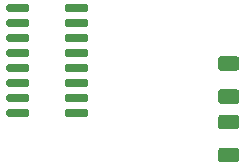
<source format=gbr>
G04 #@! TF.GenerationSoftware,KiCad,Pcbnew,5.1.2-f72e74a~84~ubuntu18.04.1*
G04 #@! TF.CreationDate,2020-01-10T04:29:40+01:00*
G04 #@! TF.ProjectId,BridgeElectrobot,42726964-6765-4456-9c65-6374726f626f,1.0*
G04 #@! TF.SameCoordinates,Original*
G04 #@! TF.FileFunction,Paste,Top*
G04 #@! TF.FilePolarity,Positive*
%FSLAX46Y46*%
G04 Gerber Fmt 4.6, Leading zero omitted, Abs format (unit mm)*
G04 Created by KiCad (PCBNEW 5.1.2-f72e74a~84~ubuntu18.04.1) date 2020-01-10 04:29:40*
%MOMM*%
%LPD*%
G04 APERTURE LIST*
%ADD10C,0.100000*%
%ADD11C,1.250000*%
%ADD12C,0.600000*%
G04 APERTURE END LIST*
D10*
G36*
X151398504Y-102624204D02*
G01*
X151422773Y-102627804D01*
X151446571Y-102633765D01*
X151469671Y-102642030D01*
X151491849Y-102652520D01*
X151512893Y-102665133D01*
X151532598Y-102679747D01*
X151550777Y-102696223D01*
X151567253Y-102714402D01*
X151581867Y-102734107D01*
X151594480Y-102755151D01*
X151604970Y-102777329D01*
X151613235Y-102800429D01*
X151619196Y-102824227D01*
X151622796Y-102848496D01*
X151624000Y-102873000D01*
X151624000Y-103623000D01*
X151622796Y-103647504D01*
X151619196Y-103671773D01*
X151613235Y-103695571D01*
X151604970Y-103718671D01*
X151594480Y-103740849D01*
X151581867Y-103761893D01*
X151567253Y-103781598D01*
X151550777Y-103799777D01*
X151532598Y-103816253D01*
X151512893Y-103830867D01*
X151491849Y-103843480D01*
X151469671Y-103853970D01*
X151446571Y-103862235D01*
X151422773Y-103868196D01*
X151398504Y-103871796D01*
X151374000Y-103873000D01*
X150124000Y-103873000D01*
X150099496Y-103871796D01*
X150075227Y-103868196D01*
X150051429Y-103862235D01*
X150028329Y-103853970D01*
X150006151Y-103843480D01*
X149985107Y-103830867D01*
X149965402Y-103816253D01*
X149947223Y-103799777D01*
X149930747Y-103781598D01*
X149916133Y-103761893D01*
X149903520Y-103740849D01*
X149893030Y-103718671D01*
X149884765Y-103695571D01*
X149878804Y-103671773D01*
X149875204Y-103647504D01*
X149874000Y-103623000D01*
X149874000Y-102873000D01*
X149875204Y-102848496D01*
X149878804Y-102824227D01*
X149884765Y-102800429D01*
X149893030Y-102777329D01*
X149903520Y-102755151D01*
X149916133Y-102734107D01*
X149930747Y-102714402D01*
X149947223Y-102696223D01*
X149965402Y-102679747D01*
X149985107Y-102665133D01*
X150006151Y-102652520D01*
X150028329Y-102642030D01*
X150051429Y-102633765D01*
X150075227Y-102627804D01*
X150099496Y-102624204D01*
X150124000Y-102623000D01*
X151374000Y-102623000D01*
X151398504Y-102624204D01*
X151398504Y-102624204D01*
G37*
D11*
X150749000Y-103248000D03*
D10*
G36*
X151398504Y-105424204D02*
G01*
X151422773Y-105427804D01*
X151446571Y-105433765D01*
X151469671Y-105442030D01*
X151491849Y-105452520D01*
X151512893Y-105465133D01*
X151532598Y-105479747D01*
X151550777Y-105496223D01*
X151567253Y-105514402D01*
X151581867Y-105534107D01*
X151594480Y-105555151D01*
X151604970Y-105577329D01*
X151613235Y-105600429D01*
X151619196Y-105624227D01*
X151622796Y-105648496D01*
X151624000Y-105673000D01*
X151624000Y-106423000D01*
X151622796Y-106447504D01*
X151619196Y-106471773D01*
X151613235Y-106495571D01*
X151604970Y-106518671D01*
X151594480Y-106540849D01*
X151581867Y-106561893D01*
X151567253Y-106581598D01*
X151550777Y-106599777D01*
X151532598Y-106616253D01*
X151512893Y-106630867D01*
X151491849Y-106643480D01*
X151469671Y-106653970D01*
X151446571Y-106662235D01*
X151422773Y-106668196D01*
X151398504Y-106671796D01*
X151374000Y-106673000D01*
X150124000Y-106673000D01*
X150099496Y-106671796D01*
X150075227Y-106668196D01*
X150051429Y-106662235D01*
X150028329Y-106653970D01*
X150006151Y-106643480D01*
X149985107Y-106630867D01*
X149965402Y-106616253D01*
X149947223Y-106599777D01*
X149930747Y-106581598D01*
X149916133Y-106561893D01*
X149903520Y-106540849D01*
X149893030Y-106518671D01*
X149884765Y-106495571D01*
X149878804Y-106471773D01*
X149875204Y-106447504D01*
X149874000Y-106423000D01*
X149874000Y-105673000D01*
X149875204Y-105648496D01*
X149878804Y-105624227D01*
X149884765Y-105600429D01*
X149893030Y-105577329D01*
X149903520Y-105555151D01*
X149916133Y-105534107D01*
X149930747Y-105514402D01*
X149947223Y-105496223D01*
X149965402Y-105479747D01*
X149985107Y-105465133D01*
X150006151Y-105452520D01*
X150028329Y-105442030D01*
X150051429Y-105433765D01*
X150075227Y-105427804D01*
X150099496Y-105424204D01*
X150124000Y-105423000D01*
X151374000Y-105423000D01*
X151398504Y-105424204D01*
X151398504Y-105424204D01*
G37*
D11*
X150749000Y-106048000D03*
D10*
G36*
X151398504Y-100468204D02*
G01*
X151422773Y-100471804D01*
X151446571Y-100477765D01*
X151469671Y-100486030D01*
X151491849Y-100496520D01*
X151512893Y-100509133D01*
X151532598Y-100523747D01*
X151550777Y-100540223D01*
X151567253Y-100558402D01*
X151581867Y-100578107D01*
X151594480Y-100599151D01*
X151604970Y-100621329D01*
X151613235Y-100644429D01*
X151619196Y-100668227D01*
X151622796Y-100692496D01*
X151624000Y-100717000D01*
X151624000Y-101467000D01*
X151622796Y-101491504D01*
X151619196Y-101515773D01*
X151613235Y-101539571D01*
X151604970Y-101562671D01*
X151594480Y-101584849D01*
X151581867Y-101605893D01*
X151567253Y-101625598D01*
X151550777Y-101643777D01*
X151532598Y-101660253D01*
X151512893Y-101674867D01*
X151491849Y-101687480D01*
X151469671Y-101697970D01*
X151446571Y-101706235D01*
X151422773Y-101712196D01*
X151398504Y-101715796D01*
X151374000Y-101717000D01*
X150124000Y-101717000D01*
X150099496Y-101715796D01*
X150075227Y-101712196D01*
X150051429Y-101706235D01*
X150028329Y-101697970D01*
X150006151Y-101687480D01*
X149985107Y-101674867D01*
X149965402Y-101660253D01*
X149947223Y-101643777D01*
X149930747Y-101625598D01*
X149916133Y-101605893D01*
X149903520Y-101584849D01*
X149893030Y-101562671D01*
X149884765Y-101539571D01*
X149878804Y-101515773D01*
X149875204Y-101491504D01*
X149874000Y-101467000D01*
X149874000Y-100717000D01*
X149875204Y-100692496D01*
X149878804Y-100668227D01*
X149884765Y-100644429D01*
X149893030Y-100621329D01*
X149903520Y-100599151D01*
X149916133Y-100578107D01*
X149930747Y-100558402D01*
X149947223Y-100540223D01*
X149965402Y-100523747D01*
X149985107Y-100509133D01*
X150006151Y-100496520D01*
X150028329Y-100486030D01*
X150051429Y-100477765D01*
X150075227Y-100471804D01*
X150099496Y-100468204D01*
X150124000Y-100467000D01*
X151374000Y-100467000D01*
X151398504Y-100468204D01*
X151398504Y-100468204D01*
G37*
D11*
X150749000Y-101092000D03*
D10*
G36*
X151398504Y-97668204D02*
G01*
X151422773Y-97671804D01*
X151446571Y-97677765D01*
X151469671Y-97686030D01*
X151491849Y-97696520D01*
X151512893Y-97709133D01*
X151532598Y-97723747D01*
X151550777Y-97740223D01*
X151567253Y-97758402D01*
X151581867Y-97778107D01*
X151594480Y-97799151D01*
X151604970Y-97821329D01*
X151613235Y-97844429D01*
X151619196Y-97868227D01*
X151622796Y-97892496D01*
X151624000Y-97917000D01*
X151624000Y-98667000D01*
X151622796Y-98691504D01*
X151619196Y-98715773D01*
X151613235Y-98739571D01*
X151604970Y-98762671D01*
X151594480Y-98784849D01*
X151581867Y-98805893D01*
X151567253Y-98825598D01*
X151550777Y-98843777D01*
X151532598Y-98860253D01*
X151512893Y-98874867D01*
X151491849Y-98887480D01*
X151469671Y-98897970D01*
X151446571Y-98906235D01*
X151422773Y-98912196D01*
X151398504Y-98915796D01*
X151374000Y-98917000D01*
X150124000Y-98917000D01*
X150099496Y-98915796D01*
X150075227Y-98912196D01*
X150051429Y-98906235D01*
X150028329Y-98897970D01*
X150006151Y-98887480D01*
X149985107Y-98874867D01*
X149965402Y-98860253D01*
X149947223Y-98843777D01*
X149930747Y-98825598D01*
X149916133Y-98805893D01*
X149903520Y-98784849D01*
X149893030Y-98762671D01*
X149884765Y-98739571D01*
X149878804Y-98715773D01*
X149875204Y-98691504D01*
X149874000Y-98667000D01*
X149874000Y-97917000D01*
X149875204Y-97892496D01*
X149878804Y-97868227D01*
X149884765Y-97844429D01*
X149893030Y-97821329D01*
X149903520Y-97799151D01*
X149916133Y-97778107D01*
X149930747Y-97758402D01*
X149947223Y-97740223D01*
X149965402Y-97723747D01*
X149985107Y-97709133D01*
X150006151Y-97696520D01*
X150028329Y-97686030D01*
X150051429Y-97677765D01*
X150075227Y-97671804D01*
X150099496Y-97668204D01*
X150124000Y-97667000D01*
X151374000Y-97667000D01*
X151398504Y-97668204D01*
X151398504Y-97668204D01*
G37*
D11*
X150749000Y-98292000D03*
D10*
G36*
X133746703Y-93299722D02*
G01*
X133761264Y-93301882D01*
X133775543Y-93305459D01*
X133789403Y-93310418D01*
X133802710Y-93316712D01*
X133815336Y-93324280D01*
X133827159Y-93333048D01*
X133838066Y-93342934D01*
X133847952Y-93353841D01*
X133856720Y-93365664D01*
X133864288Y-93378290D01*
X133870582Y-93391597D01*
X133875541Y-93405457D01*
X133879118Y-93419736D01*
X133881278Y-93434297D01*
X133882000Y-93449000D01*
X133882000Y-93749000D01*
X133881278Y-93763703D01*
X133879118Y-93778264D01*
X133875541Y-93792543D01*
X133870582Y-93806403D01*
X133864288Y-93819710D01*
X133856720Y-93832336D01*
X133847952Y-93844159D01*
X133838066Y-93855066D01*
X133827159Y-93864952D01*
X133815336Y-93873720D01*
X133802710Y-93881288D01*
X133789403Y-93887582D01*
X133775543Y-93892541D01*
X133761264Y-93896118D01*
X133746703Y-93898278D01*
X133732000Y-93899000D01*
X132082000Y-93899000D01*
X132067297Y-93898278D01*
X132052736Y-93896118D01*
X132038457Y-93892541D01*
X132024597Y-93887582D01*
X132011290Y-93881288D01*
X131998664Y-93873720D01*
X131986841Y-93864952D01*
X131975934Y-93855066D01*
X131966048Y-93844159D01*
X131957280Y-93832336D01*
X131949712Y-93819710D01*
X131943418Y-93806403D01*
X131938459Y-93792543D01*
X131934882Y-93778264D01*
X131932722Y-93763703D01*
X131932000Y-93749000D01*
X131932000Y-93449000D01*
X131932722Y-93434297D01*
X131934882Y-93419736D01*
X131938459Y-93405457D01*
X131943418Y-93391597D01*
X131949712Y-93378290D01*
X131957280Y-93365664D01*
X131966048Y-93353841D01*
X131975934Y-93342934D01*
X131986841Y-93333048D01*
X131998664Y-93324280D01*
X132011290Y-93316712D01*
X132024597Y-93310418D01*
X132038457Y-93305459D01*
X132052736Y-93301882D01*
X132067297Y-93299722D01*
X132082000Y-93299000D01*
X133732000Y-93299000D01*
X133746703Y-93299722D01*
X133746703Y-93299722D01*
G37*
D12*
X132907000Y-93599000D03*
D10*
G36*
X133746703Y-94569722D02*
G01*
X133761264Y-94571882D01*
X133775543Y-94575459D01*
X133789403Y-94580418D01*
X133802710Y-94586712D01*
X133815336Y-94594280D01*
X133827159Y-94603048D01*
X133838066Y-94612934D01*
X133847952Y-94623841D01*
X133856720Y-94635664D01*
X133864288Y-94648290D01*
X133870582Y-94661597D01*
X133875541Y-94675457D01*
X133879118Y-94689736D01*
X133881278Y-94704297D01*
X133882000Y-94719000D01*
X133882000Y-95019000D01*
X133881278Y-95033703D01*
X133879118Y-95048264D01*
X133875541Y-95062543D01*
X133870582Y-95076403D01*
X133864288Y-95089710D01*
X133856720Y-95102336D01*
X133847952Y-95114159D01*
X133838066Y-95125066D01*
X133827159Y-95134952D01*
X133815336Y-95143720D01*
X133802710Y-95151288D01*
X133789403Y-95157582D01*
X133775543Y-95162541D01*
X133761264Y-95166118D01*
X133746703Y-95168278D01*
X133732000Y-95169000D01*
X132082000Y-95169000D01*
X132067297Y-95168278D01*
X132052736Y-95166118D01*
X132038457Y-95162541D01*
X132024597Y-95157582D01*
X132011290Y-95151288D01*
X131998664Y-95143720D01*
X131986841Y-95134952D01*
X131975934Y-95125066D01*
X131966048Y-95114159D01*
X131957280Y-95102336D01*
X131949712Y-95089710D01*
X131943418Y-95076403D01*
X131938459Y-95062543D01*
X131934882Y-95048264D01*
X131932722Y-95033703D01*
X131932000Y-95019000D01*
X131932000Y-94719000D01*
X131932722Y-94704297D01*
X131934882Y-94689736D01*
X131938459Y-94675457D01*
X131943418Y-94661597D01*
X131949712Y-94648290D01*
X131957280Y-94635664D01*
X131966048Y-94623841D01*
X131975934Y-94612934D01*
X131986841Y-94603048D01*
X131998664Y-94594280D01*
X132011290Y-94586712D01*
X132024597Y-94580418D01*
X132038457Y-94575459D01*
X132052736Y-94571882D01*
X132067297Y-94569722D01*
X132082000Y-94569000D01*
X133732000Y-94569000D01*
X133746703Y-94569722D01*
X133746703Y-94569722D01*
G37*
D12*
X132907000Y-94869000D03*
D10*
G36*
X133746703Y-95839722D02*
G01*
X133761264Y-95841882D01*
X133775543Y-95845459D01*
X133789403Y-95850418D01*
X133802710Y-95856712D01*
X133815336Y-95864280D01*
X133827159Y-95873048D01*
X133838066Y-95882934D01*
X133847952Y-95893841D01*
X133856720Y-95905664D01*
X133864288Y-95918290D01*
X133870582Y-95931597D01*
X133875541Y-95945457D01*
X133879118Y-95959736D01*
X133881278Y-95974297D01*
X133882000Y-95989000D01*
X133882000Y-96289000D01*
X133881278Y-96303703D01*
X133879118Y-96318264D01*
X133875541Y-96332543D01*
X133870582Y-96346403D01*
X133864288Y-96359710D01*
X133856720Y-96372336D01*
X133847952Y-96384159D01*
X133838066Y-96395066D01*
X133827159Y-96404952D01*
X133815336Y-96413720D01*
X133802710Y-96421288D01*
X133789403Y-96427582D01*
X133775543Y-96432541D01*
X133761264Y-96436118D01*
X133746703Y-96438278D01*
X133732000Y-96439000D01*
X132082000Y-96439000D01*
X132067297Y-96438278D01*
X132052736Y-96436118D01*
X132038457Y-96432541D01*
X132024597Y-96427582D01*
X132011290Y-96421288D01*
X131998664Y-96413720D01*
X131986841Y-96404952D01*
X131975934Y-96395066D01*
X131966048Y-96384159D01*
X131957280Y-96372336D01*
X131949712Y-96359710D01*
X131943418Y-96346403D01*
X131938459Y-96332543D01*
X131934882Y-96318264D01*
X131932722Y-96303703D01*
X131932000Y-96289000D01*
X131932000Y-95989000D01*
X131932722Y-95974297D01*
X131934882Y-95959736D01*
X131938459Y-95945457D01*
X131943418Y-95931597D01*
X131949712Y-95918290D01*
X131957280Y-95905664D01*
X131966048Y-95893841D01*
X131975934Y-95882934D01*
X131986841Y-95873048D01*
X131998664Y-95864280D01*
X132011290Y-95856712D01*
X132024597Y-95850418D01*
X132038457Y-95845459D01*
X132052736Y-95841882D01*
X132067297Y-95839722D01*
X132082000Y-95839000D01*
X133732000Y-95839000D01*
X133746703Y-95839722D01*
X133746703Y-95839722D01*
G37*
D12*
X132907000Y-96139000D03*
D10*
G36*
X133746703Y-97109722D02*
G01*
X133761264Y-97111882D01*
X133775543Y-97115459D01*
X133789403Y-97120418D01*
X133802710Y-97126712D01*
X133815336Y-97134280D01*
X133827159Y-97143048D01*
X133838066Y-97152934D01*
X133847952Y-97163841D01*
X133856720Y-97175664D01*
X133864288Y-97188290D01*
X133870582Y-97201597D01*
X133875541Y-97215457D01*
X133879118Y-97229736D01*
X133881278Y-97244297D01*
X133882000Y-97259000D01*
X133882000Y-97559000D01*
X133881278Y-97573703D01*
X133879118Y-97588264D01*
X133875541Y-97602543D01*
X133870582Y-97616403D01*
X133864288Y-97629710D01*
X133856720Y-97642336D01*
X133847952Y-97654159D01*
X133838066Y-97665066D01*
X133827159Y-97674952D01*
X133815336Y-97683720D01*
X133802710Y-97691288D01*
X133789403Y-97697582D01*
X133775543Y-97702541D01*
X133761264Y-97706118D01*
X133746703Y-97708278D01*
X133732000Y-97709000D01*
X132082000Y-97709000D01*
X132067297Y-97708278D01*
X132052736Y-97706118D01*
X132038457Y-97702541D01*
X132024597Y-97697582D01*
X132011290Y-97691288D01*
X131998664Y-97683720D01*
X131986841Y-97674952D01*
X131975934Y-97665066D01*
X131966048Y-97654159D01*
X131957280Y-97642336D01*
X131949712Y-97629710D01*
X131943418Y-97616403D01*
X131938459Y-97602543D01*
X131934882Y-97588264D01*
X131932722Y-97573703D01*
X131932000Y-97559000D01*
X131932000Y-97259000D01*
X131932722Y-97244297D01*
X131934882Y-97229736D01*
X131938459Y-97215457D01*
X131943418Y-97201597D01*
X131949712Y-97188290D01*
X131957280Y-97175664D01*
X131966048Y-97163841D01*
X131975934Y-97152934D01*
X131986841Y-97143048D01*
X131998664Y-97134280D01*
X132011290Y-97126712D01*
X132024597Y-97120418D01*
X132038457Y-97115459D01*
X132052736Y-97111882D01*
X132067297Y-97109722D01*
X132082000Y-97109000D01*
X133732000Y-97109000D01*
X133746703Y-97109722D01*
X133746703Y-97109722D01*
G37*
D12*
X132907000Y-97409000D03*
D10*
G36*
X133746703Y-98379722D02*
G01*
X133761264Y-98381882D01*
X133775543Y-98385459D01*
X133789403Y-98390418D01*
X133802710Y-98396712D01*
X133815336Y-98404280D01*
X133827159Y-98413048D01*
X133838066Y-98422934D01*
X133847952Y-98433841D01*
X133856720Y-98445664D01*
X133864288Y-98458290D01*
X133870582Y-98471597D01*
X133875541Y-98485457D01*
X133879118Y-98499736D01*
X133881278Y-98514297D01*
X133882000Y-98529000D01*
X133882000Y-98829000D01*
X133881278Y-98843703D01*
X133879118Y-98858264D01*
X133875541Y-98872543D01*
X133870582Y-98886403D01*
X133864288Y-98899710D01*
X133856720Y-98912336D01*
X133847952Y-98924159D01*
X133838066Y-98935066D01*
X133827159Y-98944952D01*
X133815336Y-98953720D01*
X133802710Y-98961288D01*
X133789403Y-98967582D01*
X133775543Y-98972541D01*
X133761264Y-98976118D01*
X133746703Y-98978278D01*
X133732000Y-98979000D01*
X132082000Y-98979000D01*
X132067297Y-98978278D01*
X132052736Y-98976118D01*
X132038457Y-98972541D01*
X132024597Y-98967582D01*
X132011290Y-98961288D01*
X131998664Y-98953720D01*
X131986841Y-98944952D01*
X131975934Y-98935066D01*
X131966048Y-98924159D01*
X131957280Y-98912336D01*
X131949712Y-98899710D01*
X131943418Y-98886403D01*
X131938459Y-98872543D01*
X131934882Y-98858264D01*
X131932722Y-98843703D01*
X131932000Y-98829000D01*
X131932000Y-98529000D01*
X131932722Y-98514297D01*
X131934882Y-98499736D01*
X131938459Y-98485457D01*
X131943418Y-98471597D01*
X131949712Y-98458290D01*
X131957280Y-98445664D01*
X131966048Y-98433841D01*
X131975934Y-98422934D01*
X131986841Y-98413048D01*
X131998664Y-98404280D01*
X132011290Y-98396712D01*
X132024597Y-98390418D01*
X132038457Y-98385459D01*
X132052736Y-98381882D01*
X132067297Y-98379722D01*
X132082000Y-98379000D01*
X133732000Y-98379000D01*
X133746703Y-98379722D01*
X133746703Y-98379722D01*
G37*
D12*
X132907000Y-98679000D03*
D10*
G36*
X133746703Y-99649722D02*
G01*
X133761264Y-99651882D01*
X133775543Y-99655459D01*
X133789403Y-99660418D01*
X133802710Y-99666712D01*
X133815336Y-99674280D01*
X133827159Y-99683048D01*
X133838066Y-99692934D01*
X133847952Y-99703841D01*
X133856720Y-99715664D01*
X133864288Y-99728290D01*
X133870582Y-99741597D01*
X133875541Y-99755457D01*
X133879118Y-99769736D01*
X133881278Y-99784297D01*
X133882000Y-99799000D01*
X133882000Y-100099000D01*
X133881278Y-100113703D01*
X133879118Y-100128264D01*
X133875541Y-100142543D01*
X133870582Y-100156403D01*
X133864288Y-100169710D01*
X133856720Y-100182336D01*
X133847952Y-100194159D01*
X133838066Y-100205066D01*
X133827159Y-100214952D01*
X133815336Y-100223720D01*
X133802710Y-100231288D01*
X133789403Y-100237582D01*
X133775543Y-100242541D01*
X133761264Y-100246118D01*
X133746703Y-100248278D01*
X133732000Y-100249000D01*
X132082000Y-100249000D01*
X132067297Y-100248278D01*
X132052736Y-100246118D01*
X132038457Y-100242541D01*
X132024597Y-100237582D01*
X132011290Y-100231288D01*
X131998664Y-100223720D01*
X131986841Y-100214952D01*
X131975934Y-100205066D01*
X131966048Y-100194159D01*
X131957280Y-100182336D01*
X131949712Y-100169710D01*
X131943418Y-100156403D01*
X131938459Y-100142543D01*
X131934882Y-100128264D01*
X131932722Y-100113703D01*
X131932000Y-100099000D01*
X131932000Y-99799000D01*
X131932722Y-99784297D01*
X131934882Y-99769736D01*
X131938459Y-99755457D01*
X131943418Y-99741597D01*
X131949712Y-99728290D01*
X131957280Y-99715664D01*
X131966048Y-99703841D01*
X131975934Y-99692934D01*
X131986841Y-99683048D01*
X131998664Y-99674280D01*
X132011290Y-99666712D01*
X132024597Y-99660418D01*
X132038457Y-99655459D01*
X132052736Y-99651882D01*
X132067297Y-99649722D01*
X132082000Y-99649000D01*
X133732000Y-99649000D01*
X133746703Y-99649722D01*
X133746703Y-99649722D01*
G37*
D12*
X132907000Y-99949000D03*
D10*
G36*
X133746703Y-100919722D02*
G01*
X133761264Y-100921882D01*
X133775543Y-100925459D01*
X133789403Y-100930418D01*
X133802710Y-100936712D01*
X133815336Y-100944280D01*
X133827159Y-100953048D01*
X133838066Y-100962934D01*
X133847952Y-100973841D01*
X133856720Y-100985664D01*
X133864288Y-100998290D01*
X133870582Y-101011597D01*
X133875541Y-101025457D01*
X133879118Y-101039736D01*
X133881278Y-101054297D01*
X133882000Y-101069000D01*
X133882000Y-101369000D01*
X133881278Y-101383703D01*
X133879118Y-101398264D01*
X133875541Y-101412543D01*
X133870582Y-101426403D01*
X133864288Y-101439710D01*
X133856720Y-101452336D01*
X133847952Y-101464159D01*
X133838066Y-101475066D01*
X133827159Y-101484952D01*
X133815336Y-101493720D01*
X133802710Y-101501288D01*
X133789403Y-101507582D01*
X133775543Y-101512541D01*
X133761264Y-101516118D01*
X133746703Y-101518278D01*
X133732000Y-101519000D01*
X132082000Y-101519000D01*
X132067297Y-101518278D01*
X132052736Y-101516118D01*
X132038457Y-101512541D01*
X132024597Y-101507582D01*
X132011290Y-101501288D01*
X131998664Y-101493720D01*
X131986841Y-101484952D01*
X131975934Y-101475066D01*
X131966048Y-101464159D01*
X131957280Y-101452336D01*
X131949712Y-101439710D01*
X131943418Y-101426403D01*
X131938459Y-101412543D01*
X131934882Y-101398264D01*
X131932722Y-101383703D01*
X131932000Y-101369000D01*
X131932000Y-101069000D01*
X131932722Y-101054297D01*
X131934882Y-101039736D01*
X131938459Y-101025457D01*
X131943418Y-101011597D01*
X131949712Y-100998290D01*
X131957280Y-100985664D01*
X131966048Y-100973841D01*
X131975934Y-100962934D01*
X131986841Y-100953048D01*
X131998664Y-100944280D01*
X132011290Y-100936712D01*
X132024597Y-100930418D01*
X132038457Y-100925459D01*
X132052736Y-100921882D01*
X132067297Y-100919722D01*
X132082000Y-100919000D01*
X133732000Y-100919000D01*
X133746703Y-100919722D01*
X133746703Y-100919722D01*
G37*
D12*
X132907000Y-101219000D03*
D10*
G36*
X133746703Y-102189722D02*
G01*
X133761264Y-102191882D01*
X133775543Y-102195459D01*
X133789403Y-102200418D01*
X133802710Y-102206712D01*
X133815336Y-102214280D01*
X133827159Y-102223048D01*
X133838066Y-102232934D01*
X133847952Y-102243841D01*
X133856720Y-102255664D01*
X133864288Y-102268290D01*
X133870582Y-102281597D01*
X133875541Y-102295457D01*
X133879118Y-102309736D01*
X133881278Y-102324297D01*
X133882000Y-102339000D01*
X133882000Y-102639000D01*
X133881278Y-102653703D01*
X133879118Y-102668264D01*
X133875541Y-102682543D01*
X133870582Y-102696403D01*
X133864288Y-102709710D01*
X133856720Y-102722336D01*
X133847952Y-102734159D01*
X133838066Y-102745066D01*
X133827159Y-102754952D01*
X133815336Y-102763720D01*
X133802710Y-102771288D01*
X133789403Y-102777582D01*
X133775543Y-102782541D01*
X133761264Y-102786118D01*
X133746703Y-102788278D01*
X133732000Y-102789000D01*
X132082000Y-102789000D01*
X132067297Y-102788278D01*
X132052736Y-102786118D01*
X132038457Y-102782541D01*
X132024597Y-102777582D01*
X132011290Y-102771288D01*
X131998664Y-102763720D01*
X131986841Y-102754952D01*
X131975934Y-102745066D01*
X131966048Y-102734159D01*
X131957280Y-102722336D01*
X131949712Y-102709710D01*
X131943418Y-102696403D01*
X131938459Y-102682543D01*
X131934882Y-102668264D01*
X131932722Y-102653703D01*
X131932000Y-102639000D01*
X131932000Y-102339000D01*
X131932722Y-102324297D01*
X131934882Y-102309736D01*
X131938459Y-102295457D01*
X131943418Y-102281597D01*
X131949712Y-102268290D01*
X131957280Y-102255664D01*
X131966048Y-102243841D01*
X131975934Y-102232934D01*
X131986841Y-102223048D01*
X131998664Y-102214280D01*
X132011290Y-102206712D01*
X132024597Y-102200418D01*
X132038457Y-102195459D01*
X132052736Y-102191882D01*
X132067297Y-102189722D01*
X132082000Y-102189000D01*
X133732000Y-102189000D01*
X133746703Y-102189722D01*
X133746703Y-102189722D01*
G37*
D12*
X132907000Y-102489000D03*
D10*
G36*
X138696703Y-102189722D02*
G01*
X138711264Y-102191882D01*
X138725543Y-102195459D01*
X138739403Y-102200418D01*
X138752710Y-102206712D01*
X138765336Y-102214280D01*
X138777159Y-102223048D01*
X138788066Y-102232934D01*
X138797952Y-102243841D01*
X138806720Y-102255664D01*
X138814288Y-102268290D01*
X138820582Y-102281597D01*
X138825541Y-102295457D01*
X138829118Y-102309736D01*
X138831278Y-102324297D01*
X138832000Y-102339000D01*
X138832000Y-102639000D01*
X138831278Y-102653703D01*
X138829118Y-102668264D01*
X138825541Y-102682543D01*
X138820582Y-102696403D01*
X138814288Y-102709710D01*
X138806720Y-102722336D01*
X138797952Y-102734159D01*
X138788066Y-102745066D01*
X138777159Y-102754952D01*
X138765336Y-102763720D01*
X138752710Y-102771288D01*
X138739403Y-102777582D01*
X138725543Y-102782541D01*
X138711264Y-102786118D01*
X138696703Y-102788278D01*
X138682000Y-102789000D01*
X137032000Y-102789000D01*
X137017297Y-102788278D01*
X137002736Y-102786118D01*
X136988457Y-102782541D01*
X136974597Y-102777582D01*
X136961290Y-102771288D01*
X136948664Y-102763720D01*
X136936841Y-102754952D01*
X136925934Y-102745066D01*
X136916048Y-102734159D01*
X136907280Y-102722336D01*
X136899712Y-102709710D01*
X136893418Y-102696403D01*
X136888459Y-102682543D01*
X136884882Y-102668264D01*
X136882722Y-102653703D01*
X136882000Y-102639000D01*
X136882000Y-102339000D01*
X136882722Y-102324297D01*
X136884882Y-102309736D01*
X136888459Y-102295457D01*
X136893418Y-102281597D01*
X136899712Y-102268290D01*
X136907280Y-102255664D01*
X136916048Y-102243841D01*
X136925934Y-102232934D01*
X136936841Y-102223048D01*
X136948664Y-102214280D01*
X136961290Y-102206712D01*
X136974597Y-102200418D01*
X136988457Y-102195459D01*
X137002736Y-102191882D01*
X137017297Y-102189722D01*
X137032000Y-102189000D01*
X138682000Y-102189000D01*
X138696703Y-102189722D01*
X138696703Y-102189722D01*
G37*
D12*
X137857000Y-102489000D03*
D10*
G36*
X138696703Y-100919722D02*
G01*
X138711264Y-100921882D01*
X138725543Y-100925459D01*
X138739403Y-100930418D01*
X138752710Y-100936712D01*
X138765336Y-100944280D01*
X138777159Y-100953048D01*
X138788066Y-100962934D01*
X138797952Y-100973841D01*
X138806720Y-100985664D01*
X138814288Y-100998290D01*
X138820582Y-101011597D01*
X138825541Y-101025457D01*
X138829118Y-101039736D01*
X138831278Y-101054297D01*
X138832000Y-101069000D01*
X138832000Y-101369000D01*
X138831278Y-101383703D01*
X138829118Y-101398264D01*
X138825541Y-101412543D01*
X138820582Y-101426403D01*
X138814288Y-101439710D01*
X138806720Y-101452336D01*
X138797952Y-101464159D01*
X138788066Y-101475066D01*
X138777159Y-101484952D01*
X138765336Y-101493720D01*
X138752710Y-101501288D01*
X138739403Y-101507582D01*
X138725543Y-101512541D01*
X138711264Y-101516118D01*
X138696703Y-101518278D01*
X138682000Y-101519000D01*
X137032000Y-101519000D01*
X137017297Y-101518278D01*
X137002736Y-101516118D01*
X136988457Y-101512541D01*
X136974597Y-101507582D01*
X136961290Y-101501288D01*
X136948664Y-101493720D01*
X136936841Y-101484952D01*
X136925934Y-101475066D01*
X136916048Y-101464159D01*
X136907280Y-101452336D01*
X136899712Y-101439710D01*
X136893418Y-101426403D01*
X136888459Y-101412543D01*
X136884882Y-101398264D01*
X136882722Y-101383703D01*
X136882000Y-101369000D01*
X136882000Y-101069000D01*
X136882722Y-101054297D01*
X136884882Y-101039736D01*
X136888459Y-101025457D01*
X136893418Y-101011597D01*
X136899712Y-100998290D01*
X136907280Y-100985664D01*
X136916048Y-100973841D01*
X136925934Y-100962934D01*
X136936841Y-100953048D01*
X136948664Y-100944280D01*
X136961290Y-100936712D01*
X136974597Y-100930418D01*
X136988457Y-100925459D01*
X137002736Y-100921882D01*
X137017297Y-100919722D01*
X137032000Y-100919000D01*
X138682000Y-100919000D01*
X138696703Y-100919722D01*
X138696703Y-100919722D01*
G37*
D12*
X137857000Y-101219000D03*
D10*
G36*
X138696703Y-99649722D02*
G01*
X138711264Y-99651882D01*
X138725543Y-99655459D01*
X138739403Y-99660418D01*
X138752710Y-99666712D01*
X138765336Y-99674280D01*
X138777159Y-99683048D01*
X138788066Y-99692934D01*
X138797952Y-99703841D01*
X138806720Y-99715664D01*
X138814288Y-99728290D01*
X138820582Y-99741597D01*
X138825541Y-99755457D01*
X138829118Y-99769736D01*
X138831278Y-99784297D01*
X138832000Y-99799000D01*
X138832000Y-100099000D01*
X138831278Y-100113703D01*
X138829118Y-100128264D01*
X138825541Y-100142543D01*
X138820582Y-100156403D01*
X138814288Y-100169710D01*
X138806720Y-100182336D01*
X138797952Y-100194159D01*
X138788066Y-100205066D01*
X138777159Y-100214952D01*
X138765336Y-100223720D01*
X138752710Y-100231288D01*
X138739403Y-100237582D01*
X138725543Y-100242541D01*
X138711264Y-100246118D01*
X138696703Y-100248278D01*
X138682000Y-100249000D01*
X137032000Y-100249000D01*
X137017297Y-100248278D01*
X137002736Y-100246118D01*
X136988457Y-100242541D01*
X136974597Y-100237582D01*
X136961290Y-100231288D01*
X136948664Y-100223720D01*
X136936841Y-100214952D01*
X136925934Y-100205066D01*
X136916048Y-100194159D01*
X136907280Y-100182336D01*
X136899712Y-100169710D01*
X136893418Y-100156403D01*
X136888459Y-100142543D01*
X136884882Y-100128264D01*
X136882722Y-100113703D01*
X136882000Y-100099000D01*
X136882000Y-99799000D01*
X136882722Y-99784297D01*
X136884882Y-99769736D01*
X136888459Y-99755457D01*
X136893418Y-99741597D01*
X136899712Y-99728290D01*
X136907280Y-99715664D01*
X136916048Y-99703841D01*
X136925934Y-99692934D01*
X136936841Y-99683048D01*
X136948664Y-99674280D01*
X136961290Y-99666712D01*
X136974597Y-99660418D01*
X136988457Y-99655459D01*
X137002736Y-99651882D01*
X137017297Y-99649722D01*
X137032000Y-99649000D01*
X138682000Y-99649000D01*
X138696703Y-99649722D01*
X138696703Y-99649722D01*
G37*
D12*
X137857000Y-99949000D03*
D10*
G36*
X138696703Y-98379722D02*
G01*
X138711264Y-98381882D01*
X138725543Y-98385459D01*
X138739403Y-98390418D01*
X138752710Y-98396712D01*
X138765336Y-98404280D01*
X138777159Y-98413048D01*
X138788066Y-98422934D01*
X138797952Y-98433841D01*
X138806720Y-98445664D01*
X138814288Y-98458290D01*
X138820582Y-98471597D01*
X138825541Y-98485457D01*
X138829118Y-98499736D01*
X138831278Y-98514297D01*
X138832000Y-98529000D01*
X138832000Y-98829000D01*
X138831278Y-98843703D01*
X138829118Y-98858264D01*
X138825541Y-98872543D01*
X138820582Y-98886403D01*
X138814288Y-98899710D01*
X138806720Y-98912336D01*
X138797952Y-98924159D01*
X138788066Y-98935066D01*
X138777159Y-98944952D01*
X138765336Y-98953720D01*
X138752710Y-98961288D01*
X138739403Y-98967582D01*
X138725543Y-98972541D01*
X138711264Y-98976118D01*
X138696703Y-98978278D01*
X138682000Y-98979000D01*
X137032000Y-98979000D01*
X137017297Y-98978278D01*
X137002736Y-98976118D01*
X136988457Y-98972541D01*
X136974597Y-98967582D01*
X136961290Y-98961288D01*
X136948664Y-98953720D01*
X136936841Y-98944952D01*
X136925934Y-98935066D01*
X136916048Y-98924159D01*
X136907280Y-98912336D01*
X136899712Y-98899710D01*
X136893418Y-98886403D01*
X136888459Y-98872543D01*
X136884882Y-98858264D01*
X136882722Y-98843703D01*
X136882000Y-98829000D01*
X136882000Y-98529000D01*
X136882722Y-98514297D01*
X136884882Y-98499736D01*
X136888459Y-98485457D01*
X136893418Y-98471597D01*
X136899712Y-98458290D01*
X136907280Y-98445664D01*
X136916048Y-98433841D01*
X136925934Y-98422934D01*
X136936841Y-98413048D01*
X136948664Y-98404280D01*
X136961290Y-98396712D01*
X136974597Y-98390418D01*
X136988457Y-98385459D01*
X137002736Y-98381882D01*
X137017297Y-98379722D01*
X137032000Y-98379000D01*
X138682000Y-98379000D01*
X138696703Y-98379722D01*
X138696703Y-98379722D01*
G37*
D12*
X137857000Y-98679000D03*
D10*
G36*
X138696703Y-97109722D02*
G01*
X138711264Y-97111882D01*
X138725543Y-97115459D01*
X138739403Y-97120418D01*
X138752710Y-97126712D01*
X138765336Y-97134280D01*
X138777159Y-97143048D01*
X138788066Y-97152934D01*
X138797952Y-97163841D01*
X138806720Y-97175664D01*
X138814288Y-97188290D01*
X138820582Y-97201597D01*
X138825541Y-97215457D01*
X138829118Y-97229736D01*
X138831278Y-97244297D01*
X138832000Y-97259000D01*
X138832000Y-97559000D01*
X138831278Y-97573703D01*
X138829118Y-97588264D01*
X138825541Y-97602543D01*
X138820582Y-97616403D01*
X138814288Y-97629710D01*
X138806720Y-97642336D01*
X138797952Y-97654159D01*
X138788066Y-97665066D01*
X138777159Y-97674952D01*
X138765336Y-97683720D01*
X138752710Y-97691288D01*
X138739403Y-97697582D01*
X138725543Y-97702541D01*
X138711264Y-97706118D01*
X138696703Y-97708278D01*
X138682000Y-97709000D01*
X137032000Y-97709000D01*
X137017297Y-97708278D01*
X137002736Y-97706118D01*
X136988457Y-97702541D01*
X136974597Y-97697582D01*
X136961290Y-97691288D01*
X136948664Y-97683720D01*
X136936841Y-97674952D01*
X136925934Y-97665066D01*
X136916048Y-97654159D01*
X136907280Y-97642336D01*
X136899712Y-97629710D01*
X136893418Y-97616403D01*
X136888459Y-97602543D01*
X136884882Y-97588264D01*
X136882722Y-97573703D01*
X136882000Y-97559000D01*
X136882000Y-97259000D01*
X136882722Y-97244297D01*
X136884882Y-97229736D01*
X136888459Y-97215457D01*
X136893418Y-97201597D01*
X136899712Y-97188290D01*
X136907280Y-97175664D01*
X136916048Y-97163841D01*
X136925934Y-97152934D01*
X136936841Y-97143048D01*
X136948664Y-97134280D01*
X136961290Y-97126712D01*
X136974597Y-97120418D01*
X136988457Y-97115459D01*
X137002736Y-97111882D01*
X137017297Y-97109722D01*
X137032000Y-97109000D01*
X138682000Y-97109000D01*
X138696703Y-97109722D01*
X138696703Y-97109722D01*
G37*
D12*
X137857000Y-97409000D03*
D10*
G36*
X138696703Y-95839722D02*
G01*
X138711264Y-95841882D01*
X138725543Y-95845459D01*
X138739403Y-95850418D01*
X138752710Y-95856712D01*
X138765336Y-95864280D01*
X138777159Y-95873048D01*
X138788066Y-95882934D01*
X138797952Y-95893841D01*
X138806720Y-95905664D01*
X138814288Y-95918290D01*
X138820582Y-95931597D01*
X138825541Y-95945457D01*
X138829118Y-95959736D01*
X138831278Y-95974297D01*
X138832000Y-95989000D01*
X138832000Y-96289000D01*
X138831278Y-96303703D01*
X138829118Y-96318264D01*
X138825541Y-96332543D01*
X138820582Y-96346403D01*
X138814288Y-96359710D01*
X138806720Y-96372336D01*
X138797952Y-96384159D01*
X138788066Y-96395066D01*
X138777159Y-96404952D01*
X138765336Y-96413720D01*
X138752710Y-96421288D01*
X138739403Y-96427582D01*
X138725543Y-96432541D01*
X138711264Y-96436118D01*
X138696703Y-96438278D01*
X138682000Y-96439000D01*
X137032000Y-96439000D01*
X137017297Y-96438278D01*
X137002736Y-96436118D01*
X136988457Y-96432541D01*
X136974597Y-96427582D01*
X136961290Y-96421288D01*
X136948664Y-96413720D01*
X136936841Y-96404952D01*
X136925934Y-96395066D01*
X136916048Y-96384159D01*
X136907280Y-96372336D01*
X136899712Y-96359710D01*
X136893418Y-96346403D01*
X136888459Y-96332543D01*
X136884882Y-96318264D01*
X136882722Y-96303703D01*
X136882000Y-96289000D01*
X136882000Y-95989000D01*
X136882722Y-95974297D01*
X136884882Y-95959736D01*
X136888459Y-95945457D01*
X136893418Y-95931597D01*
X136899712Y-95918290D01*
X136907280Y-95905664D01*
X136916048Y-95893841D01*
X136925934Y-95882934D01*
X136936841Y-95873048D01*
X136948664Y-95864280D01*
X136961290Y-95856712D01*
X136974597Y-95850418D01*
X136988457Y-95845459D01*
X137002736Y-95841882D01*
X137017297Y-95839722D01*
X137032000Y-95839000D01*
X138682000Y-95839000D01*
X138696703Y-95839722D01*
X138696703Y-95839722D01*
G37*
D12*
X137857000Y-96139000D03*
D10*
G36*
X138696703Y-94569722D02*
G01*
X138711264Y-94571882D01*
X138725543Y-94575459D01*
X138739403Y-94580418D01*
X138752710Y-94586712D01*
X138765336Y-94594280D01*
X138777159Y-94603048D01*
X138788066Y-94612934D01*
X138797952Y-94623841D01*
X138806720Y-94635664D01*
X138814288Y-94648290D01*
X138820582Y-94661597D01*
X138825541Y-94675457D01*
X138829118Y-94689736D01*
X138831278Y-94704297D01*
X138832000Y-94719000D01*
X138832000Y-95019000D01*
X138831278Y-95033703D01*
X138829118Y-95048264D01*
X138825541Y-95062543D01*
X138820582Y-95076403D01*
X138814288Y-95089710D01*
X138806720Y-95102336D01*
X138797952Y-95114159D01*
X138788066Y-95125066D01*
X138777159Y-95134952D01*
X138765336Y-95143720D01*
X138752710Y-95151288D01*
X138739403Y-95157582D01*
X138725543Y-95162541D01*
X138711264Y-95166118D01*
X138696703Y-95168278D01*
X138682000Y-95169000D01*
X137032000Y-95169000D01*
X137017297Y-95168278D01*
X137002736Y-95166118D01*
X136988457Y-95162541D01*
X136974597Y-95157582D01*
X136961290Y-95151288D01*
X136948664Y-95143720D01*
X136936841Y-95134952D01*
X136925934Y-95125066D01*
X136916048Y-95114159D01*
X136907280Y-95102336D01*
X136899712Y-95089710D01*
X136893418Y-95076403D01*
X136888459Y-95062543D01*
X136884882Y-95048264D01*
X136882722Y-95033703D01*
X136882000Y-95019000D01*
X136882000Y-94719000D01*
X136882722Y-94704297D01*
X136884882Y-94689736D01*
X136888459Y-94675457D01*
X136893418Y-94661597D01*
X136899712Y-94648290D01*
X136907280Y-94635664D01*
X136916048Y-94623841D01*
X136925934Y-94612934D01*
X136936841Y-94603048D01*
X136948664Y-94594280D01*
X136961290Y-94586712D01*
X136974597Y-94580418D01*
X136988457Y-94575459D01*
X137002736Y-94571882D01*
X137017297Y-94569722D01*
X137032000Y-94569000D01*
X138682000Y-94569000D01*
X138696703Y-94569722D01*
X138696703Y-94569722D01*
G37*
D12*
X137857000Y-94869000D03*
D10*
G36*
X138696703Y-93299722D02*
G01*
X138711264Y-93301882D01*
X138725543Y-93305459D01*
X138739403Y-93310418D01*
X138752710Y-93316712D01*
X138765336Y-93324280D01*
X138777159Y-93333048D01*
X138788066Y-93342934D01*
X138797952Y-93353841D01*
X138806720Y-93365664D01*
X138814288Y-93378290D01*
X138820582Y-93391597D01*
X138825541Y-93405457D01*
X138829118Y-93419736D01*
X138831278Y-93434297D01*
X138832000Y-93449000D01*
X138832000Y-93749000D01*
X138831278Y-93763703D01*
X138829118Y-93778264D01*
X138825541Y-93792543D01*
X138820582Y-93806403D01*
X138814288Y-93819710D01*
X138806720Y-93832336D01*
X138797952Y-93844159D01*
X138788066Y-93855066D01*
X138777159Y-93864952D01*
X138765336Y-93873720D01*
X138752710Y-93881288D01*
X138739403Y-93887582D01*
X138725543Y-93892541D01*
X138711264Y-93896118D01*
X138696703Y-93898278D01*
X138682000Y-93899000D01*
X137032000Y-93899000D01*
X137017297Y-93898278D01*
X137002736Y-93896118D01*
X136988457Y-93892541D01*
X136974597Y-93887582D01*
X136961290Y-93881288D01*
X136948664Y-93873720D01*
X136936841Y-93864952D01*
X136925934Y-93855066D01*
X136916048Y-93844159D01*
X136907280Y-93832336D01*
X136899712Y-93819710D01*
X136893418Y-93806403D01*
X136888459Y-93792543D01*
X136884882Y-93778264D01*
X136882722Y-93763703D01*
X136882000Y-93749000D01*
X136882000Y-93449000D01*
X136882722Y-93434297D01*
X136884882Y-93419736D01*
X136888459Y-93405457D01*
X136893418Y-93391597D01*
X136899712Y-93378290D01*
X136907280Y-93365664D01*
X136916048Y-93353841D01*
X136925934Y-93342934D01*
X136936841Y-93333048D01*
X136948664Y-93324280D01*
X136961290Y-93316712D01*
X136974597Y-93310418D01*
X136988457Y-93305459D01*
X137002736Y-93301882D01*
X137017297Y-93299722D01*
X137032000Y-93299000D01*
X138682000Y-93299000D01*
X138696703Y-93299722D01*
X138696703Y-93299722D01*
G37*
D12*
X137857000Y-93599000D03*
M02*

</source>
